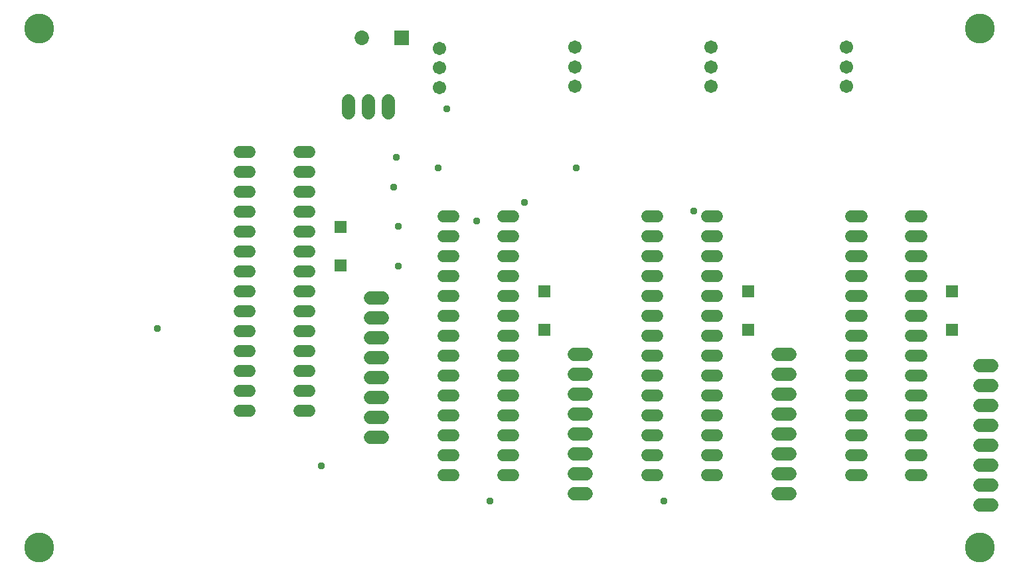
<source format=gbr>
G04 EAGLE Gerber RS-274X export*
G75*
%MOMM*%
%FSLAX34Y34*%
%LPD*%
%INSoldermask Bottom*%
%IPPOS*%
%AMOC8*
5,1,8,0,0,1.08239X$1,22.5*%
G01*
%ADD10C,1.727200*%
%ADD11R,1.853200X1.853200*%
%ADD12C,1.853200*%
%ADD13C,1.524000*%
%ADD14R,1.600200X1.600200*%
%ADD15C,1.711200*%
%ADD16C,3.803200*%
%ADD17C,0.959600*%


D10*
X444500Y665480D02*
X444500Y680720D01*
X469900Y680720D02*
X469900Y665480D01*
X495300Y665480D02*
X495300Y680720D01*
D11*
X511810Y760730D03*
D12*
X461010Y760730D03*
D13*
X394704Y284900D02*
X381496Y284900D01*
X381496Y310300D02*
X394704Y310300D01*
X394704Y437300D02*
X381496Y437300D01*
X381496Y462700D02*
X394704Y462700D01*
X394704Y335700D02*
X381496Y335700D01*
X381496Y361100D02*
X394704Y361100D01*
X394704Y411900D02*
X381496Y411900D01*
X381496Y386500D02*
X394704Y386500D01*
X394704Y488100D02*
X381496Y488100D01*
X381496Y513500D02*
X394704Y513500D01*
X394704Y538900D02*
X381496Y538900D01*
X381496Y564300D02*
X394704Y564300D01*
X394704Y589700D02*
X381496Y589700D01*
X381496Y615100D02*
X394704Y615100D01*
X318504Y615100D02*
X305296Y615100D01*
X305296Y589700D02*
X318504Y589700D01*
X318504Y564300D02*
X305296Y564300D01*
X305296Y538900D02*
X318504Y538900D01*
X318504Y513500D02*
X305296Y513500D01*
X305296Y488100D02*
X318504Y488100D01*
X318504Y462700D02*
X305296Y462700D01*
X305296Y437300D02*
X318504Y437300D01*
X318504Y411900D02*
X305296Y411900D01*
X305296Y386500D02*
X318504Y386500D01*
X318504Y361100D02*
X305296Y361100D01*
X305296Y335700D02*
X318504Y335700D01*
X318504Y310300D02*
X305296Y310300D01*
X305296Y284900D02*
X318504Y284900D01*
X1161496Y203000D02*
X1174704Y203000D01*
X1174704Y228400D02*
X1161496Y228400D01*
X1161496Y355400D02*
X1174704Y355400D01*
X1174704Y380800D02*
X1161496Y380800D01*
X1161496Y253800D02*
X1174704Y253800D01*
X1174704Y279200D02*
X1161496Y279200D01*
X1161496Y330000D02*
X1174704Y330000D01*
X1174704Y304600D02*
X1161496Y304600D01*
X1161496Y406200D02*
X1174704Y406200D01*
X1174704Y431600D02*
X1161496Y431600D01*
X1161496Y457000D02*
X1174704Y457000D01*
X1174704Y482400D02*
X1161496Y482400D01*
X1161496Y507800D02*
X1174704Y507800D01*
X1174704Y533200D02*
X1161496Y533200D01*
X1098504Y533200D02*
X1085296Y533200D01*
X1085296Y507800D02*
X1098504Y507800D01*
X1098504Y482400D02*
X1085296Y482400D01*
X1085296Y457000D02*
X1098504Y457000D01*
X1098504Y431600D02*
X1085296Y431600D01*
X1085296Y406200D02*
X1098504Y406200D01*
X1098504Y380800D02*
X1085296Y380800D01*
X1085296Y355400D02*
X1098504Y355400D01*
X1098504Y330000D02*
X1085296Y330000D01*
X1085296Y304600D02*
X1098504Y304600D01*
X1098504Y279200D02*
X1085296Y279200D01*
X1085296Y253800D02*
X1098504Y253800D01*
X1098504Y228400D02*
X1085296Y228400D01*
X1085296Y203000D02*
X1098504Y203000D01*
D14*
X434000Y470600D03*
X434000Y519400D03*
X1214000Y388700D03*
X1214000Y437500D03*
D13*
X914704Y203000D02*
X901496Y203000D01*
X901496Y228400D02*
X914704Y228400D01*
X914704Y355400D02*
X901496Y355400D01*
X901496Y380800D02*
X914704Y380800D01*
X914704Y253800D02*
X901496Y253800D01*
X901496Y279200D02*
X914704Y279200D01*
X914704Y330000D02*
X901496Y330000D01*
X901496Y304600D02*
X914704Y304600D01*
X914704Y406200D02*
X901496Y406200D01*
X901496Y431600D02*
X914704Y431600D01*
X914704Y457000D02*
X901496Y457000D01*
X901496Y482400D02*
X914704Y482400D01*
X914704Y507800D02*
X901496Y507800D01*
X901496Y533200D02*
X914704Y533200D01*
X838504Y533200D02*
X825296Y533200D01*
X825296Y507800D02*
X838504Y507800D01*
X838504Y482400D02*
X825296Y482400D01*
X825296Y457000D02*
X838504Y457000D01*
X838504Y431600D02*
X825296Y431600D01*
X825296Y406200D02*
X838504Y406200D01*
X838504Y380800D02*
X825296Y380800D01*
X825296Y355400D02*
X838504Y355400D01*
X838504Y330000D02*
X825296Y330000D01*
X825296Y304600D02*
X838504Y304600D01*
X838504Y279200D02*
X825296Y279200D01*
X825296Y253800D02*
X838504Y253800D01*
X838504Y228400D02*
X825296Y228400D01*
X825296Y203000D02*
X838504Y203000D01*
D14*
X954000Y388700D03*
X954000Y437500D03*
D13*
X654704Y203000D02*
X641496Y203000D01*
X641496Y228400D02*
X654704Y228400D01*
X654704Y355400D02*
X641496Y355400D01*
X641496Y380800D02*
X654704Y380800D01*
X654704Y253800D02*
X641496Y253800D01*
X641496Y279200D02*
X654704Y279200D01*
X654704Y330000D02*
X641496Y330000D01*
X641496Y304600D02*
X654704Y304600D01*
X654704Y406200D02*
X641496Y406200D01*
X641496Y431600D02*
X654704Y431600D01*
X654704Y457000D02*
X641496Y457000D01*
X641496Y482400D02*
X654704Y482400D01*
X654704Y507800D02*
X641496Y507800D01*
X641496Y533200D02*
X654704Y533200D01*
X578504Y533200D02*
X565296Y533200D01*
X565296Y507800D02*
X578504Y507800D01*
X578504Y482400D02*
X565296Y482400D01*
X565296Y457000D02*
X578504Y457000D01*
X578504Y431600D02*
X565296Y431600D01*
X565296Y406200D02*
X578504Y406200D01*
X578504Y380800D02*
X565296Y380800D01*
X565296Y355400D02*
X578504Y355400D01*
X578504Y330000D02*
X565296Y330000D01*
X565296Y304600D02*
X578504Y304600D01*
X578504Y279200D02*
X565296Y279200D01*
X565296Y253800D02*
X578504Y253800D01*
X578504Y228400D02*
X565296Y228400D01*
X565296Y203000D02*
X578504Y203000D01*
D14*
X694000Y388700D03*
X694000Y437500D03*
D15*
X560070Y697630D03*
X560070Y722630D03*
X560070Y747630D03*
X1079500Y698900D03*
X1079500Y723900D03*
X1079500Y748900D03*
X733213Y699000D03*
X733213Y724000D03*
X733213Y749000D03*
X906357Y699000D03*
X906357Y724000D03*
X906357Y749000D03*
D10*
X1249680Y165100D02*
X1264920Y165100D01*
X1264920Y190500D02*
X1249680Y190500D01*
X1249680Y215900D02*
X1264920Y215900D01*
X1264920Y241300D02*
X1249680Y241300D01*
X1249680Y266700D02*
X1264920Y266700D01*
X1264920Y292100D02*
X1249680Y292100D01*
X1249680Y317500D02*
X1264920Y317500D01*
X1264920Y342900D02*
X1249680Y342900D01*
X1007620Y179200D02*
X992380Y179200D01*
X992380Y204600D02*
X1007620Y204600D01*
X1007620Y230000D02*
X992380Y230000D01*
X992380Y255400D02*
X1007620Y255400D01*
X1007620Y280800D02*
X992380Y280800D01*
X992380Y306200D02*
X1007620Y306200D01*
X1007620Y331600D02*
X992380Y331600D01*
X992380Y357000D02*
X1007620Y357000D01*
X747620Y179200D02*
X732380Y179200D01*
X732380Y204600D02*
X747620Y204600D01*
X747620Y230000D02*
X732380Y230000D01*
X732380Y255400D02*
X747620Y255400D01*
X747620Y280800D02*
X732380Y280800D01*
X732380Y306200D02*
X747620Y306200D01*
X747620Y331600D02*
X732380Y331600D01*
X732380Y357000D02*
X747620Y357000D01*
X487620Y251100D02*
X472380Y251100D01*
X472380Y276500D02*
X487620Y276500D01*
X487620Y301900D02*
X472380Y301900D01*
X472380Y327300D02*
X487620Y327300D01*
X487620Y352700D02*
X472380Y352700D01*
X472380Y378100D02*
X487620Y378100D01*
X487620Y403500D02*
X472380Y403500D01*
X472380Y428900D02*
X487620Y428900D01*
D16*
X50000Y773000D03*
X1250000Y110800D03*
X1250000Y773000D03*
X50000Y110800D03*
D17*
X508000Y520700D03*
X508000Y469900D03*
X410000Y215000D03*
X505475Y608175D03*
X200475Y390475D03*
X558650Y595000D03*
X735000Y595000D03*
X502300Y570475D03*
X625000Y170000D03*
X570000Y670000D03*
X608175Y527300D03*
X885000Y540000D03*
X669050Y550950D03*
X846900Y170000D03*
M02*

</source>
